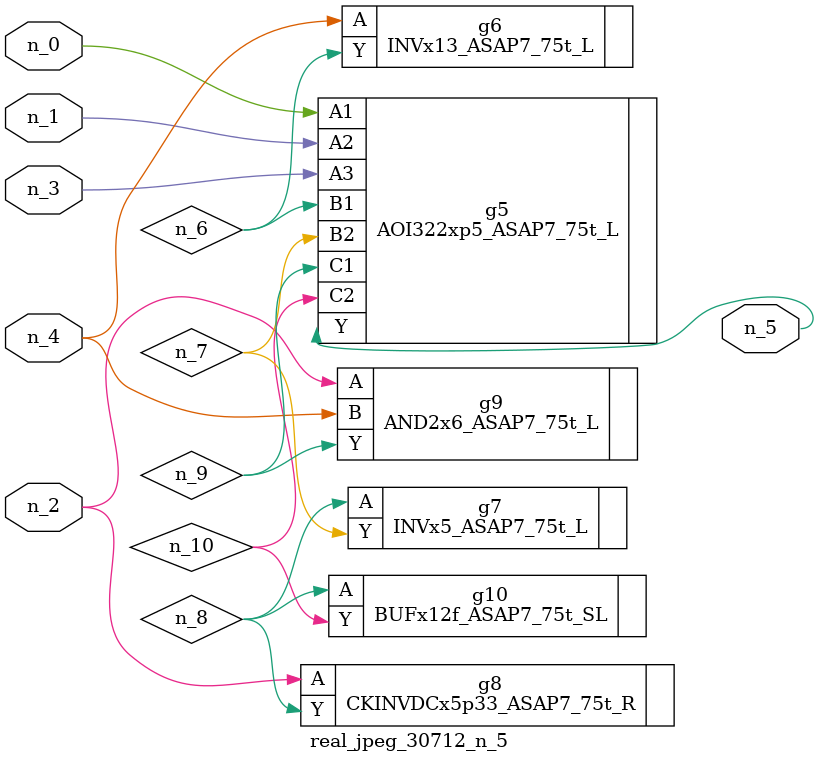
<source format=v>
module real_jpeg_30712_n_5 (n_4, n_0, n_1, n_2, n_3, n_5);

input n_4;
input n_0;
input n_1;
input n_2;
input n_3;

output n_5;

wire n_8;
wire n_6;
wire n_7;
wire n_10;
wire n_9;

AOI322xp5_ASAP7_75t_L g5 ( 
.A1(n_0),
.A2(n_1),
.A3(n_3),
.B1(n_6),
.B2(n_7),
.C1(n_9),
.C2(n_10),
.Y(n_5)
);

CKINVDCx5p33_ASAP7_75t_R g8 ( 
.A(n_2),
.Y(n_8)
);

AND2x6_ASAP7_75t_L g9 ( 
.A(n_2),
.B(n_4),
.Y(n_9)
);

INVx13_ASAP7_75t_L g6 ( 
.A(n_4),
.Y(n_6)
);

INVx5_ASAP7_75t_L g7 ( 
.A(n_8),
.Y(n_7)
);

BUFx12f_ASAP7_75t_SL g10 ( 
.A(n_8),
.Y(n_10)
);


endmodule
</source>
